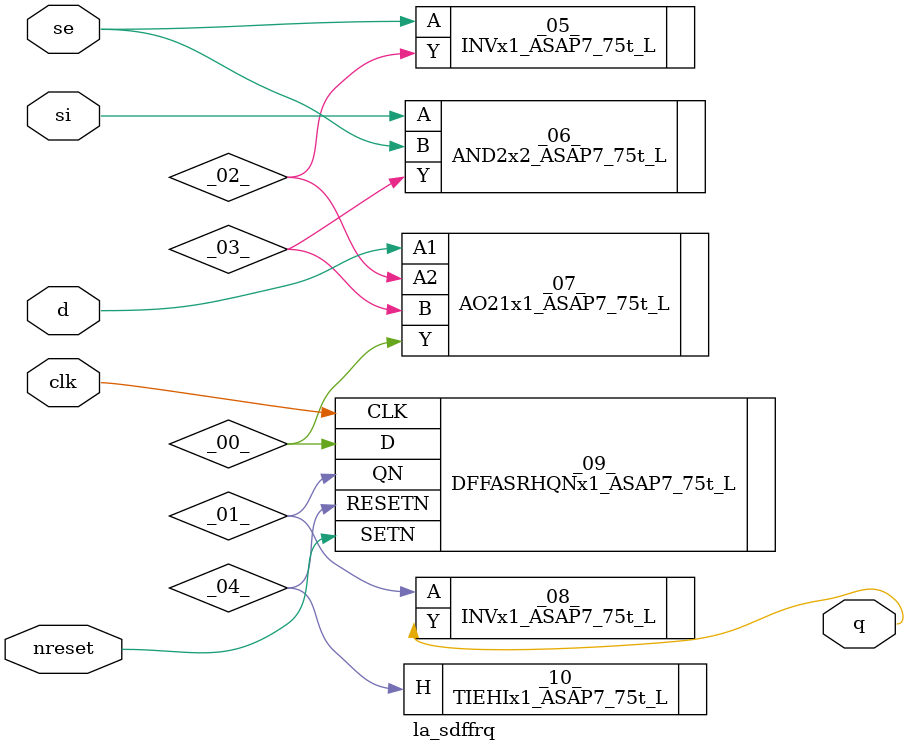
<source format=v>

/* Generated by Yosys 0.44 (git sha1 80ba43d26, g++ 11.4.0-1ubuntu1~22.04 -fPIC -O3) */

(* top =  1  *)
(* src = "inputs/la_sdffrq.v:11.1-26.10" *)
module la_sdffrq (
    d,
    si,
    se,
    clk,
    nreset,
    q
);
  (* src = "inputs/la_sdffrq.v:22.3-24.27" *)
  wire _00_;
  wire _01_;
  wire _02_;
  wire _03_;
  wire _04_;
  (* src = "inputs/la_sdffrq.v:17.16-17.19" *)
  input clk;
  wire clk;
  (* src = "inputs/la_sdffrq.v:14.16-14.17" *)
  input d;
  wire d;
  (* src = "inputs/la_sdffrq.v:18.16-18.22" *)
  input nreset;
  wire nreset;
  (* src = "inputs/la_sdffrq.v:19.16-19.17" *)
  output q;
  wire q;
  (* src = "inputs/la_sdffrq.v:16.16-16.18" *)
  input se;
  wire se;
  (* src = "inputs/la_sdffrq.v:15.16-15.18" *)
  input si;
  wire si;
  INVx1_ASAP7_75t_L _05_ (
      .A(se),
      .Y(_02_)
  );
  AND2x2_ASAP7_75t_L _06_ (
      .A(si),
      .B(se),
      .Y(_03_)
  );
  AO21x1_ASAP7_75t_L _07_ (
      .A1(d),
      .A2(_02_),
      .B (_03_),
      .Y (_00_)
  );
  INVx1_ASAP7_75t_L _08_ (
      .A(_01_),
      .Y(q)
  );
  (* src = "inputs/la_sdffrq.v:22.3-24.27" *)
  DFFASRHQNx1_ASAP7_75t_L _09_ (
      .CLK(clk),
      .D(_00_),
      .QN(_01_),
      .RESETN(_04_),
      .SETN(nreset)
  );
  TIEHIx1_ASAP7_75t_L _10_ (.H(_04_));
endmodule

</source>
